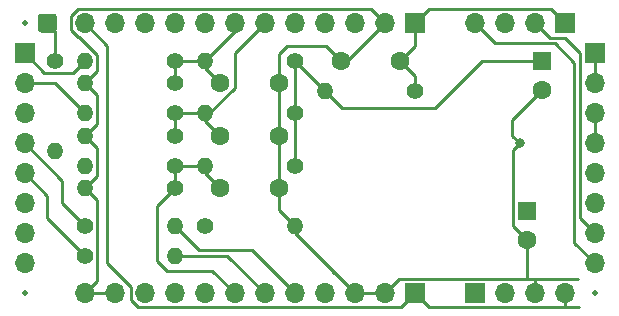
<source format=gtl>
G04 #@! TF.GenerationSoftware,KiCad,Pcbnew,(5.1.6-0-10_14)*
G04 #@! TF.CreationDate,2021-05-03T11:51:11+01:00*
G04 #@! TF.ProjectId,JuntekOnSteroidsTTGO,4a756e74-656b-44f6-9e53-7465726f6964,0.5*
G04 #@! TF.SameCoordinates,PX5faea10PY5734380*
G04 #@! TF.FileFunction,Copper,L1,Top*
G04 #@! TF.FilePolarity,Positive*
%FSLAX46Y46*%
G04 Gerber Fmt 4.6, Leading zero omitted, Abs format (unit mm)*
G04 Created by KiCad (PCBNEW (5.1.6-0-10_14)) date 2021-05-03 11:51:11*
%MOMM*%
%LPD*%
G01*
G04 APERTURE LIST*
G04 #@! TA.AperFunction,ComponentPad*
%ADD10R,1.700000X1.700000*%
G04 #@! TD*
G04 #@! TA.AperFunction,ComponentPad*
%ADD11O,1.700000X1.700000*%
G04 #@! TD*
G04 #@! TA.AperFunction,ComponentPad*
%ADD12O,1.400000X1.400000*%
G04 #@! TD*
G04 #@! TA.AperFunction,ComponentPad*
%ADD13C,1.400000*%
G04 #@! TD*
G04 #@! TA.AperFunction,SMDPad,CuDef*
%ADD14C,0.500000*%
G04 #@! TD*
G04 #@! TA.AperFunction,ComponentPad*
%ADD15C,1.600000*%
G04 #@! TD*
G04 #@! TA.AperFunction,ComponentPad*
%ADD16R,1.600000X1.600000*%
G04 #@! TD*
G04 #@! TA.AperFunction,ViaPad*
%ADD17C,0.800000*%
G04 #@! TD*
G04 #@! TA.AperFunction,Conductor*
%ADD18C,0.250000*%
G04 #@! TD*
G04 APERTURE END LIST*
G04 #@! TO.P,TP1,1*
G04 #@! TO.N,/Vin*
G04 #@! TA.AperFunction,ComponentPad*
G36*
G01*
X4280000Y25485000D02*
X4280000Y26585000D01*
G75*
G02*
X4530000Y26835000I250000J0D01*
G01*
X5630000Y26835000D01*
G75*
G02*
X5880000Y26585000I0J-250000D01*
G01*
X5880000Y25485000D01*
G75*
G02*
X5630000Y25235000I-250000J0D01*
G01*
X4530000Y25235000D01*
G75*
G02*
X4280000Y25485000I0J250000D01*
G01*
G37*
G04 #@! TD.AperFunction*
G04 #@! TD*
D10*
G04 #@! TO.P,J3,1*
G04 #@! TO.N,VCC*
X48895000Y26035000D03*
D11*
G04 #@! TO.P,J3,2*
G04 #@! TO.N,/TX*
X46355000Y26035000D03*
G04 #@! TO.P,J3,3*
G04 #@! TO.N,/GND*
X43815000Y26035000D03*
G04 #@! TO.P,J3,4*
G04 #@! TO.N,/RX*
X41275000Y26035000D03*
G04 #@! TD*
G04 #@! TO.P,J6,4*
G04 #@! TO.N,+3V3*
X48895000Y3175000D03*
G04 #@! TO.P,J6,3*
G04 #@! TO.N,/GND*
X46355000Y3175000D03*
G04 #@! TO.P,J6,2*
G04 #@! TO.N,/SCL*
X43815000Y3175000D03*
D10*
G04 #@! TO.P,J6,1*
G04 #@! TO.N,/SDA*
X41275000Y3175000D03*
G04 #@! TD*
D12*
G04 #@! TO.P,R6,2*
G04 #@! TO.N,/GND*
X26035000Y8890000D03*
D13*
G04 #@! TO.P,R6,1*
G04 #@! TO.N,Net-(JP2-Pad3)*
X18415000Y8890000D03*
G04 #@! TD*
D14*
G04 #@! TO.P,FID3,*
G04 #@! TO.N,*
X51435000Y3175000D03*
G04 #@! TD*
G04 #@! TO.P,FID2,*
G04 #@! TO.N,*
X3175000Y26035000D03*
G04 #@! TD*
G04 #@! TO.P,FID1,*
G04 #@! TO.N,*
X3175000Y3175000D03*
G04 #@! TD*
D15*
G04 #@! TO.P,C31,2*
G04 #@! TO.N,/GND*
X24685000Y12065000D03*
G04 #@! TO.P,C31,1*
G04 #@! TO.N,/ADC12*
X19685000Y12065000D03*
G04 #@! TD*
G04 #@! TO.P,C21,2*
G04 #@! TO.N,/GND*
X24685000Y16510000D03*
G04 #@! TO.P,C21,1*
G04 #@! TO.N,/ADC5*
X19685000Y16510000D03*
G04 #@! TD*
G04 #@! TO.P,C11,2*
G04 #@! TO.N,/GND*
X24685000Y20955000D03*
G04 #@! TO.P,C11,1*
G04 #@! TO.N,/ADC4*
X19685000Y20955000D03*
G04 #@! TD*
G04 #@! TO.P,C3,2*
G04 #@! TO.N,/GND*
X29925000Y22860000D03*
G04 #@! TO.P,C3,1*
G04 #@! TO.N,VCC*
X34925000Y22860000D03*
G04 #@! TD*
D12*
G04 #@! TO.P,R51,2*
G04 #@! TO.N,/GPIO15*
X15875000Y6350000D03*
D13*
G04 #@! TO.P,R51,1*
G04 #@! TO.N,/Vout_set*
X8255000Y6350000D03*
G04 #@! TD*
D12*
G04 #@! TO.P,R41,2*
G04 #@! TO.N,/GPIO13*
X15875000Y8890000D03*
D13*
G04 #@! TO.P,R41,1*
G04 #@! TO.N,/Iout_set*
X8255000Y8890000D03*
G04 #@! TD*
D12*
G04 #@! TO.P,R33,2*
G04 #@! TO.N,/ADC12*
X18415000Y13970000D03*
D13*
G04 #@! TO.P,R33,1*
G04 #@! TO.N,/ADC_pullup*
X26035000Y13970000D03*
G04 #@! TD*
D12*
G04 #@! TO.P,R32,2*
G04 #@! TO.N,/GND*
X8255000Y12065000D03*
D13*
G04 #@! TO.P,R32,1*
G04 #@! TO.N,/ADC12*
X15875000Y12065000D03*
G04 #@! TD*
D12*
G04 #@! TO.P,R31,2*
G04 #@! TO.N,Net-(JP3-Pad2)*
X8255000Y13970000D03*
D13*
G04 #@! TO.P,R31,1*
G04 #@! TO.N,/ADC12*
X15875000Y13970000D03*
G04 #@! TD*
D12*
G04 #@! TO.P,R23,2*
G04 #@! TO.N,/ADC5*
X18415000Y18415000D03*
D13*
G04 #@! TO.P,R23,1*
G04 #@! TO.N,/ADC_pullup*
X26035000Y18415000D03*
G04 #@! TD*
D12*
G04 #@! TO.P,R22,2*
G04 #@! TO.N,/GND*
X8255000Y16510000D03*
D13*
G04 #@! TO.P,R22,1*
G04 #@! TO.N,/ADC5*
X15875000Y16510000D03*
G04 #@! TD*
D12*
G04 #@! TO.P,R21,2*
G04 #@! TO.N,/Vout_sense*
X8255000Y18415000D03*
D13*
G04 #@! TO.P,R21,1*
G04 #@! TO.N,/ADC5*
X15875000Y18415000D03*
G04 #@! TD*
D12*
G04 #@! TO.P,R13,2*
G04 #@! TO.N,/ADC4*
X18415000Y22860000D03*
D13*
G04 #@! TO.P,R13,1*
G04 #@! TO.N,/ADC_pullup*
X26035000Y22860000D03*
G04 #@! TD*
D12*
G04 #@! TO.P,R12,2*
G04 #@! TO.N,/GND*
X8255000Y20955000D03*
D13*
G04 #@! TO.P,R12,1*
G04 #@! TO.N,/ADC4*
X15875000Y20955000D03*
G04 #@! TD*
D12*
G04 #@! TO.P,R11,2*
G04 #@! TO.N,/Iout_sense*
X8255000Y22860000D03*
D13*
G04 #@! TO.P,R11,1*
G04 #@! TO.N,/ADC4*
X15875000Y22860000D03*
G04 #@! TD*
D12*
G04 #@! TO.P,R34,2*
G04 #@! TO.N,Net-(JP3-Pad3)*
X5715000Y15240000D03*
D13*
G04 #@! TO.P,R34,1*
G04 #@! TO.N,/Vin*
X5715000Y22860000D03*
G04 #@! TD*
D12*
G04 #@! TO.P,R1,2*
G04 #@! TO.N,/ADC_pullup*
X28575000Y20320000D03*
D13*
G04 #@! TO.P,R1,1*
G04 #@! TO.N,VCC*
X36195000Y20320000D03*
G04 #@! TD*
D11*
G04 #@! TO.P,J5,12*
G04 #@! TO.N,/GND*
X8255000Y3175000D03*
G04 #@! TO.P,J5,11*
X10795000Y3175000D03*
G04 #@! TO.P,J5,10*
G04 #@! TO.N,/SDA*
X13335000Y3175000D03*
G04 #@! TO.P,J5,9*
G04 #@! TO.N,/SCL*
X15875000Y3175000D03*
G04 #@! TO.P,J5,8*
G04 #@! TO.N,Net-(J5-Pad8)*
X18415000Y3175000D03*
G04 #@! TO.P,J5,7*
G04 #@! TO.N,/ADC12*
X20955000Y3175000D03*
G04 #@! TO.P,J5,6*
G04 #@! TO.N,/GPIO15*
X23495000Y3175000D03*
G04 #@! TO.P,J5,5*
G04 #@! TO.N,/GPIO13*
X26035000Y3175000D03*
G04 #@! TO.P,J5,4*
G04 #@! TO.N,/FAN*
X28575000Y3175000D03*
G04 #@! TO.P,J5,3*
G04 #@! TO.N,/GND*
X31115000Y3175000D03*
G04 #@! TO.P,J5,2*
X33655000Y3175000D03*
D10*
G04 #@! TO.P,J5,1*
G04 #@! TO.N,+3V3*
X36195000Y3175000D03*
G04 #@! TD*
D11*
G04 #@! TO.P,J4,12*
G04 #@! TO.N,+3V3*
X8255000Y26035000D03*
G04 #@! TO.P,J4,11*
G04 #@! TO.N,Net-(J4-Pad11)*
X10795000Y26035000D03*
G04 #@! TO.P,J4,10*
G04 #@! TO.N,Net-(J4-Pad10)*
X13335000Y26035000D03*
G04 #@! TO.P,J4,9*
G04 #@! TO.N,Net-(J4-Pad9)*
X15875000Y26035000D03*
G04 #@! TO.P,J4,8*
G04 #@! TO.N,Net-(J4-Pad8)*
X18415000Y26035000D03*
G04 #@! TO.P,J4,7*
G04 #@! TO.N,/ADC4*
X20955000Y26035000D03*
G04 #@! TO.P,J4,6*
G04 #@! TO.N,/ADC5*
X23495000Y26035000D03*
G04 #@! TO.P,J4,5*
G04 #@! TO.N,Net-(J4-Pad5)*
X26035000Y26035000D03*
G04 #@! TO.P,J4,4*
G04 #@! TO.N,Net-(J4-Pad4)*
X28575000Y26035000D03*
G04 #@! TO.P,J4,3*
G04 #@! TO.N,/GPIO27*
X31115000Y26035000D03*
G04 #@! TO.P,J4,2*
G04 #@! TO.N,/GND*
X33655000Y26035000D03*
D10*
G04 #@! TO.P,J4,1*
G04 #@! TO.N,VCC*
X36195000Y26035000D03*
G04 #@! TD*
D11*
G04 #@! TO.P,J2,8*
G04 #@! TO.N,/RX*
X51435000Y5715000D03*
G04 #@! TO.P,J2,7*
G04 #@! TO.N,/TX*
X51435000Y8255000D03*
G04 #@! TO.P,J2,6*
G04 #@! TO.N,Net-(J2-Pad6)*
X51435000Y10795000D03*
G04 #@! TO.P,J2,5*
G04 #@! TO.N,VCC*
X51435000Y13335000D03*
G04 #@! TO.P,J2,4*
G04 #@! TO.N,GNDD*
X51435000Y15875000D03*
G04 #@! TO.P,J2,3*
X51435000Y18415000D03*
G04 #@! TO.P,J2,2*
G04 #@! TO.N,GNDA*
X51435000Y20955000D03*
D10*
G04 #@! TO.P,J2,1*
X51435000Y23495000D03*
G04 #@! TD*
D11*
G04 #@! TO.P,J1,8*
G04 #@! TO.N,Net-(J1-Pad8)*
X3175000Y5715000D03*
G04 #@! TO.P,J1,7*
G04 #@! TO.N,/FAN*
X3175000Y8255000D03*
G04 #@! TO.P,J1,6*
G04 #@! TO.N,/!ON*
X3175000Y10795000D03*
G04 #@! TO.P,J1,5*
G04 #@! TO.N,/Vout_set*
X3175000Y13335000D03*
G04 #@! TO.P,J1,4*
G04 #@! TO.N,/Iout_set*
X3175000Y15875000D03*
G04 #@! TO.P,J1,3*
G04 #@! TO.N,/Vin_sense*
X3175000Y18415000D03*
G04 #@! TO.P,J1,2*
G04 #@! TO.N,/Vout_sense*
X3175000Y20955000D03*
D10*
G04 #@! TO.P,J1,1*
G04 #@! TO.N,/Iout_sense*
X3175000Y23495000D03*
G04 #@! TD*
D15*
G04 #@! TO.P,C2,2*
G04 #@! TO.N,/GND*
X45720000Y7660000D03*
D16*
G04 #@! TO.P,C2,1*
G04 #@! TO.N,VCC*
X45720000Y10160000D03*
G04 #@! TD*
D15*
G04 #@! TO.P,C1,2*
G04 #@! TO.N,/GND*
X46990000Y20360000D03*
D16*
G04 #@! TO.P,C1,1*
G04 #@! TO.N,/ADC_pullup*
X46990000Y22860000D03*
G04 #@! TD*
D17*
G04 #@! TO.N,/GND*
X45085000Y15875000D03*
G04 #@! TD*
D18*
G04 #@! TO.N,/ADC_pullup*
X26035000Y18415000D02*
X26035000Y13970000D01*
X26035000Y18415000D02*
X26035000Y22860000D01*
X28575000Y20320000D02*
X26035000Y22860000D01*
X30050011Y18844989D02*
X37894989Y18844989D01*
X28575000Y20320000D02*
X30050011Y18844989D01*
X37894989Y18844989D02*
X41910000Y22860000D01*
X41910000Y22860000D02*
X46990000Y22860000D01*
G04 #@! TO.N,VCC*
X37370001Y27210001D02*
X36195000Y26035000D01*
X47719999Y27210001D02*
X37370001Y27210001D01*
X48895000Y26035000D02*
X47719999Y27210001D01*
X36195000Y24130000D02*
X34925000Y22860000D01*
X36195000Y26035000D02*
X36195000Y24130000D01*
X36195000Y21590000D02*
X34925000Y22860000D01*
X36195000Y20320000D02*
X36195000Y21590000D01*
G04 #@! TO.N,/ADC4*
X18415000Y22860000D02*
X15875000Y22860000D01*
X18415000Y22225000D02*
X19685000Y20955000D01*
X18415000Y22860000D02*
X18415000Y22225000D01*
X20955000Y25400000D02*
X20955000Y26035000D01*
X18415000Y22860000D02*
X20955000Y25400000D01*
X15875000Y22860000D02*
X15875000Y20955000D01*
G04 #@! TO.N,/ADC5*
X18415000Y18415000D02*
X15875000Y18415000D01*
X18415000Y17780000D02*
X19685000Y16510000D01*
X18415000Y18415000D02*
X18415000Y17780000D01*
X15875000Y18415000D02*
X15875000Y16510000D01*
X20955000Y20559998D02*
X18810002Y18415000D01*
X18810002Y18415000D02*
X18415000Y18415000D01*
X20955000Y23495000D02*
X20955000Y20559998D01*
X23495000Y26035000D02*
X20955000Y23495000D01*
G04 #@! TO.N,/ADC12*
X18415000Y13970000D02*
X15875000Y13970000D01*
X18415000Y13335000D02*
X19685000Y12065000D01*
X18415000Y13970000D02*
X18415000Y13335000D01*
X15875000Y13970000D02*
X15875000Y12065000D01*
X19050000Y5080000D02*
X20955000Y3175000D01*
X15240000Y5080000D02*
X19050000Y5080000D01*
X14399989Y5920011D02*
X15240000Y5080000D01*
X14399989Y10589989D02*
X14399989Y5920011D01*
X15875000Y12065000D02*
X14399989Y10589989D01*
G04 #@! TO.N,/Vout_set*
X8255000Y6350000D02*
X5080000Y9525000D01*
X5080000Y9525000D02*
X5080000Y11430000D01*
X5080000Y11430000D02*
X3175000Y13335000D01*
G04 #@! TO.N,/Iout_set*
X6350000Y12700000D02*
X3175000Y15875000D01*
X6350000Y10795000D02*
X6350000Y12700000D01*
X8255000Y8890000D02*
X6350000Y10795000D01*
G04 #@! TO.N,/Vout_sense*
X5715000Y20955000D02*
X3175000Y20955000D01*
X8255000Y18415000D02*
X5715000Y20955000D01*
G04 #@! TO.N,/Iout_sense*
X3810000Y22860000D02*
X3175000Y23495000D01*
X7229999Y21834999D02*
X8255000Y22860000D01*
X4835001Y21834999D02*
X7229999Y21834999D01*
X3175000Y23495000D02*
X4835001Y21834999D01*
G04 #@! TO.N,/RX*
X49714990Y22675010D02*
X49714990Y7435010D01*
X48075010Y24314990D02*
X49714990Y22675010D01*
X42995010Y24314990D02*
X48075010Y24314990D01*
X49714990Y7435010D02*
X51435000Y5715000D01*
X41275000Y26035000D02*
X42995010Y24314990D01*
G04 #@! TO.N,/TX*
X46355000Y26035000D02*
X47625000Y24765000D01*
X47625000Y24765000D02*
X48895000Y24765000D01*
X48895000Y24765000D02*
X50165000Y23495000D01*
X50165000Y9525000D02*
X51435000Y8255000D01*
X50165000Y23495000D02*
X50165000Y9525000D01*
G04 #@! TO.N,+3V3*
X35019999Y1999999D02*
X36195000Y3175000D01*
X12770999Y1999999D02*
X35019999Y1999999D01*
X36195000Y3175000D02*
X37370001Y1999999D01*
X10160000Y24130000D02*
X10160000Y5715000D01*
X8255000Y26035000D02*
X10160000Y24130000D01*
X12159999Y2610999D02*
X12770999Y1999999D01*
X12159999Y3715001D02*
X12159999Y2610999D01*
X10160000Y5715000D02*
X12159999Y3715001D01*
X37370001Y1999999D02*
X47084999Y1999999D01*
X47084999Y1999999D02*
X47719999Y1999999D01*
X47084999Y1999999D02*
X48800001Y1999999D01*
X49435001Y1999999D02*
X50070001Y1999999D01*
X48800001Y1999999D02*
X49435001Y1999999D01*
X49435001Y1999999D02*
X49624999Y1999999D01*
X48895000Y3810000D02*
X48895000Y3175000D01*
X48895000Y2540000D02*
X48895000Y3175000D01*
X48895000Y2094998D02*
X48800001Y1999999D01*
X48895000Y3175000D02*
X48895000Y2094998D01*
G04 #@! TO.N,/GPIO15*
X20320000Y6350000D02*
X23495000Y3175000D01*
X15875000Y6350000D02*
X20320000Y6350000D01*
G04 #@! TO.N,/Vin*
X5715000Y25400000D02*
X5080000Y26035000D01*
X5715000Y22860000D02*
X5715000Y25400000D01*
G04 #@! TO.N,GNDD*
X51435000Y15875000D02*
X51435000Y18415000D01*
G04 #@! TO.N,/GND*
X31115000Y3175000D02*
X33655000Y3175000D01*
X8255000Y3175000D02*
X10795000Y3175000D01*
X9280001Y17535001D02*
X8255000Y16510000D01*
X9280001Y19929999D02*
X9280001Y17535001D01*
X8255000Y20955000D02*
X9280001Y19929999D01*
X9280001Y15484999D02*
X9280001Y13090001D01*
X9280001Y13090001D02*
X8255000Y12065000D01*
X8255000Y16510000D02*
X9280001Y15484999D01*
X9280001Y4200001D02*
X8255000Y3175000D01*
X9280001Y11039999D02*
X9280001Y4200001D01*
X8255000Y12065000D02*
X9280001Y11039999D01*
X24685000Y20955000D02*
X24685000Y16510000D01*
X24685000Y16510000D02*
X24685000Y12065000D01*
X32479999Y27210001D02*
X33655000Y26035000D01*
X7690999Y27210001D02*
X32479999Y27210001D01*
X7690999Y24859999D02*
X7079999Y25470999D01*
X7079999Y25470999D02*
X7079999Y26599001D01*
X7772003Y24859999D02*
X7690999Y24859999D01*
X7079999Y26599001D02*
X7690999Y27210001D01*
X9280001Y23352001D02*
X7772003Y24859999D01*
X9280001Y21980001D02*
X9280001Y23352001D01*
X8255000Y20955000D02*
X9280001Y21980001D01*
X31115000Y3175000D02*
X29210000Y5080000D01*
X30480000Y22860000D02*
X29925000Y22860000D01*
X33655000Y26035000D02*
X30480000Y22860000D01*
X31750000Y24130000D02*
X33655000Y26035000D01*
X24685000Y23415000D02*
X25400000Y24130000D01*
X24685000Y20955000D02*
X24685000Y23415000D01*
X28655000Y24130000D02*
X25400000Y24130000D01*
X29925000Y22860000D02*
X28655000Y24130000D01*
X44450000Y17820000D02*
X46990000Y20360000D01*
X44450000Y16510000D02*
X44450000Y17820000D01*
X45085000Y15875000D02*
X44450000Y16510000D01*
X45085000Y15875000D02*
X44490000Y15280000D01*
X44490000Y8890000D02*
X44490000Y15280000D01*
X45720000Y7660000D02*
X44490000Y8890000D01*
X24685000Y10240000D02*
X26035000Y8890000D01*
X24685000Y12065000D02*
X24685000Y10240000D01*
X26035000Y8255000D02*
X26035000Y8890000D01*
X31115000Y3175000D02*
X26035000Y8255000D01*
X34830001Y4350001D02*
X33655000Y3175000D01*
X45720000Y4445000D02*
X45814999Y4350001D01*
X45814999Y4350001D02*
X34830001Y4350001D01*
X45720000Y7660000D02*
X45720000Y4445000D01*
X46449999Y4350001D02*
X45814999Y4350001D01*
X48800001Y4350001D02*
X50005001Y4350001D01*
X48989999Y4350001D02*
X48800001Y4350001D01*
X48800001Y4350001D02*
X46449999Y4350001D01*
X46355000Y2540000D02*
X46355000Y3175000D01*
X46355000Y3810000D02*
X46355000Y3175000D01*
X46355000Y4255002D02*
X46449999Y4350001D01*
X46355000Y3175000D02*
X46355000Y4255002D01*
G04 #@! TO.N,GNDA*
X51435000Y20955000D02*
X51435000Y23495000D01*
G04 #@! TO.N,/SDA*
X41275000Y2540000D02*
X41275000Y3175000D01*
X41275000Y3810000D02*
X41275000Y3175000D01*
G04 #@! TO.N,/SCL*
X43815000Y2540000D02*
X43815000Y3175000D01*
X43815000Y3810000D02*
X43815000Y3175000D01*
G04 #@! TO.N,/GPIO13*
X17964990Y6800010D02*
X15875000Y8890000D01*
X22409990Y6800010D02*
X17964990Y6800010D01*
X26035000Y3175000D02*
X22409990Y6800010D01*
G04 #@! TD*
M02*

</source>
